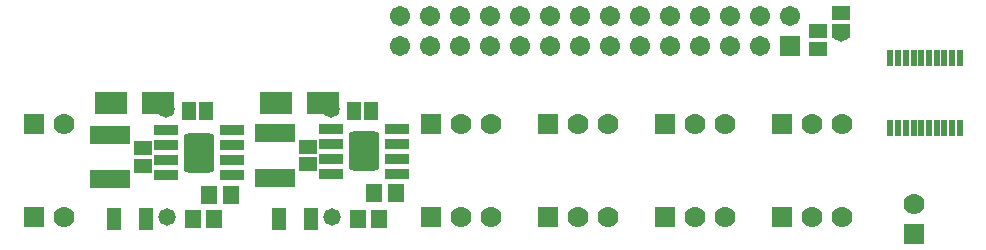
<source format=gbs>
%FSLAX25Y25*%
%MOIN*%
G70*
G01*
G75*
G04 Layer_Color=16711935*
%ADD10R,0.04724X0.05512*%
%ADD11R,0.21260X0.11417*%
%ADD12R,0.05512X0.04724*%
%ADD13C,0.01000*%
%ADD14R,0.06200X0.06200*%
%ADD15C,0.06200*%
%ADD16R,0.06200X0.06200*%
%ADD17C,0.05906*%
%ADD18R,0.05906X0.05906*%
%ADD19C,0.03000*%
%ADD20C,0.05000*%
%ADD21R,0.01417X0.04685*%
%ADD22R,0.05512X0.04331*%
%ADD23R,0.04331X0.05512*%
%ADD24R,0.09843X0.06693*%
%ADD25R,0.12992X0.05512*%
%ADD26R,0.07520X0.02402*%
G04:AMPARAMS|DCode=27|XSize=122.05mil|YSize=94.88mil|CornerRadius=9.49mil|HoleSize=0mil|Usage=FLASHONLY|Rotation=270.000|XOffset=0mil|YOffset=0mil|HoleType=Round|Shape=RoundedRectangle|*
%AMROUNDEDRECTD27*
21,1,0.12205,0.07591,0,0,270.0*
21,1,0.10307,0.09488,0,0,270.0*
1,1,0.01898,-0.03795,-0.05154*
1,1,0.01898,-0.03795,0.05154*
1,1,0.01898,0.03795,0.05154*
1,1,0.01898,0.03795,-0.05154*
%
%ADD27ROUNDEDRECTD27*%
%ADD28R,0.04724X0.05512*%
%ADD29R,0.04331X0.06693*%
%ADD30C,0.00800*%
%ADD31C,0.00787*%
%ADD32C,0.00500*%
%ADD33R,0.05524X0.06312*%
%ADD34R,0.22060X0.12217*%
%ADD35R,0.06312X0.05524*%
%ADD36R,0.07000X0.07000*%
%ADD37C,0.07000*%
%ADD38R,0.07000X0.07000*%
%ADD39C,0.06706*%
%ADD40R,0.06706X0.06706*%
%ADD41C,0.03800*%
%ADD42C,0.05800*%
%ADD43R,0.02217X0.05485*%
%ADD44R,0.06312X0.05131*%
%ADD45R,0.05131X0.06312*%
%ADD46R,0.10642X0.07493*%
%ADD47R,0.13792X0.06312*%
%ADD48R,0.08320X0.03202*%
G04:AMPARAMS|DCode=49|XSize=130.05mil|YSize=102.88mil|CornerRadius=13.49mil|HoleSize=0mil|Usage=FLASHONLY|Rotation=270.000|XOffset=0mil|YOffset=0mil|HoleType=Round|Shape=RoundedRectangle|*
%AMROUNDEDRECTD49*
21,1,0.13005,0.07591,0,0,270.0*
21,1,0.10307,0.10288,0,0,270.0*
1,1,0.02698,-0.03795,-0.05154*
1,1,0.02698,-0.03795,0.05154*
1,1,0.02698,0.03795,0.05154*
1,1,0.02698,0.03795,-0.05154*
%
%ADD49ROUNDEDRECTD49*%
%ADD50R,0.05524X0.06312*%
%ADD51R,0.05131X0.07493*%
D36*
X214000Y245500D02*
D03*
Y214500D02*
D03*
X346500Y245500D02*
D03*
Y214500D02*
D03*
X385500Y245500D02*
D03*
Y214500D02*
D03*
X424500Y245500D02*
D03*
Y214500D02*
D03*
X463500Y245500D02*
D03*
Y214500D02*
D03*
D37*
X224000Y245500D02*
D03*
Y214500D02*
D03*
X507500Y219000D02*
D03*
X366500Y245500D02*
D03*
X356500D02*
D03*
X366500Y214500D02*
D03*
X356500D02*
D03*
X405500Y245500D02*
D03*
X395500D02*
D03*
X405500Y214500D02*
D03*
X395500D02*
D03*
X444500Y245500D02*
D03*
X434500D02*
D03*
X444500Y214500D02*
D03*
X434500D02*
D03*
X483500Y245500D02*
D03*
X473500D02*
D03*
X483500Y214500D02*
D03*
X473500D02*
D03*
D38*
X507500Y209000D02*
D03*
D39*
X336000Y281500D02*
D03*
Y271500D02*
D03*
X346000Y281500D02*
D03*
Y271500D02*
D03*
X356000Y281500D02*
D03*
Y271500D02*
D03*
X366000Y281500D02*
D03*
Y271500D02*
D03*
X376000Y281500D02*
D03*
Y271500D02*
D03*
X386000Y281500D02*
D03*
Y271500D02*
D03*
X396000Y281500D02*
D03*
Y271500D02*
D03*
X406000Y281500D02*
D03*
Y271500D02*
D03*
X416000Y281500D02*
D03*
Y271500D02*
D03*
X426000Y281500D02*
D03*
Y271500D02*
D03*
X436000Y281500D02*
D03*
Y271500D02*
D03*
X446000Y281500D02*
D03*
Y271500D02*
D03*
X456000Y281500D02*
D03*
Y271500D02*
D03*
X466000Y281500D02*
D03*
D40*
Y271500D02*
D03*
D41*
X321110Y240000D02*
D03*
Y233000D02*
D03*
Y236500D02*
D03*
X327000Y240000D02*
D03*
Y236500D02*
D03*
X324055Y234512D02*
D03*
X327000Y233000D02*
D03*
X324055Y238094D02*
D03*
X266110Y239500D02*
D03*
Y232500D02*
D03*
Y236000D02*
D03*
X272000Y239500D02*
D03*
Y236000D02*
D03*
X269055Y234012D02*
D03*
X272000Y232500D02*
D03*
X269055Y237594D02*
D03*
D42*
X483000Y276000D02*
D03*
X313000Y250594D02*
D03*
X258500Y214500D02*
D03*
X258000Y250500D02*
D03*
X313500Y214500D02*
D03*
X294500Y242500D02*
D03*
X239500Y242000D02*
D03*
D43*
X522531Y244114D02*
D03*
X519972D02*
D03*
X517413D02*
D03*
X514854D02*
D03*
X512295D02*
D03*
X509736D02*
D03*
X504618D02*
D03*
X507177D02*
D03*
X502059D02*
D03*
X499500D02*
D03*
Y267500D02*
D03*
X502059D02*
D03*
X507177D02*
D03*
X504618D02*
D03*
X509736D02*
D03*
X512295D02*
D03*
X514854D02*
D03*
X517413D02*
D03*
X519972D02*
D03*
X522531D02*
D03*
D44*
X483000Y276547D02*
D03*
Y282453D02*
D03*
X475500Y276453D02*
D03*
Y270547D02*
D03*
X305500Y232047D02*
D03*
Y237953D02*
D03*
X250500Y231547D02*
D03*
Y237453D02*
D03*
D45*
X326453Y250000D02*
D03*
X320547D02*
D03*
X271453D02*
D03*
X265547D02*
D03*
D46*
X310374Y252500D02*
D03*
X294626D02*
D03*
X255374D02*
D03*
X239626D02*
D03*
D47*
X294500Y227520D02*
D03*
Y242480D02*
D03*
X239500Y227020D02*
D03*
Y241980D02*
D03*
D48*
X335000Y244000D02*
D03*
Y239000D02*
D03*
Y234000D02*
D03*
Y229000D02*
D03*
X313110Y244000D02*
D03*
Y239000D02*
D03*
Y234000D02*
D03*
Y229000D02*
D03*
X280000Y243500D02*
D03*
Y238500D02*
D03*
Y233500D02*
D03*
Y228500D02*
D03*
X258110Y243500D02*
D03*
Y238500D02*
D03*
Y233500D02*
D03*
Y228500D02*
D03*
D49*
X324055Y236500D02*
D03*
X269055Y236000D02*
D03*
D50*
X321957Y214000D02*
D03*
X329043D02*
D03*
X334543Y222500D02*
D03*
X327457D02*
D03*
X279543Y222000D02*
D03*
X272457D02*
D03*
X266957Y214000D02*
D03*
X274043D02*
D03*
D51*
X306315D02*
D03*
X295685D02*
D03*
X251315D02*
D03*
X240685D02*
D03*
M02*

</source>
